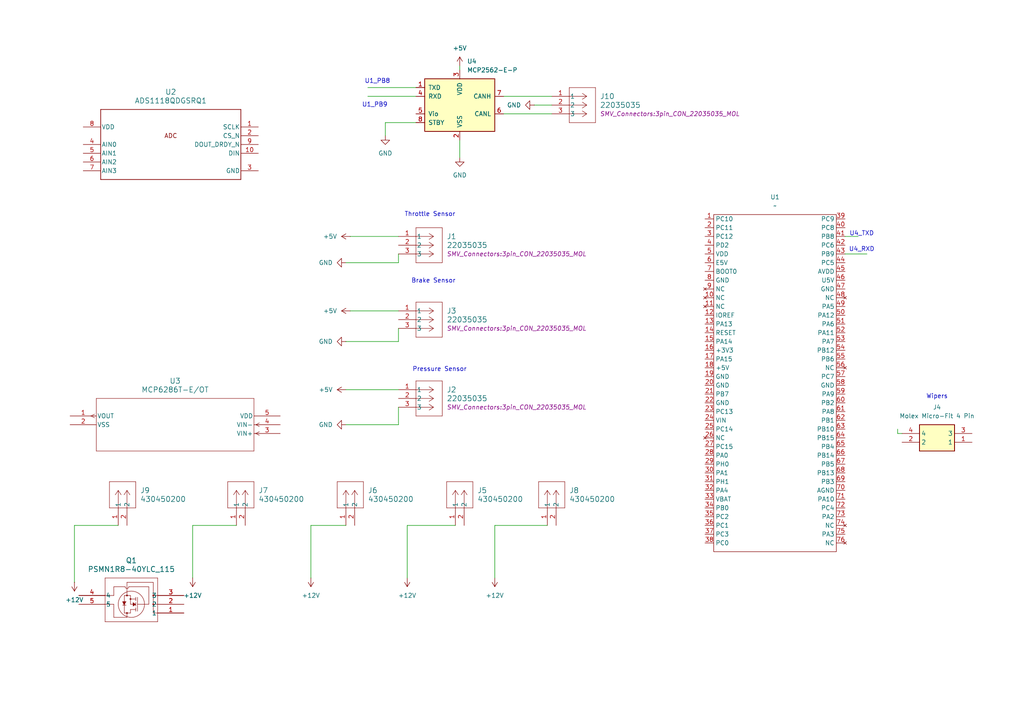
<source format=kicad_sch>
(kicad_sch (version 20250114) (generator "eeschema") (generator_version "9.0")
  (paper "A4")
  (lib_symbols
    (symbol "Interface_CAN_LIN:MCP2562-E-P" (pin_names (offset 1.016))
      (property "Reference" "U" (at -10.16 8.89 0))
      (property "Value" "MCP2562-E-P" (at 2.54 8.89 0))
      (symbol "MCP2562-E-P_0_1"
        (rectangle (start -10.16 7.62) (end 10.16 -7.62) (stroke (width 0.254)) (fill (type background)))
      )
      (symbol "MCP2562-E-P_1_1"
        (pin input line (at -12.7 5.08 0) (length 2.54) (name "TXD") (number "1"))
        (pin output line (at -12.7 2.54 0) (length 2.54) (name "RXD") (number "4"))
        (pin power_in line (at -12.7 -2.54 0) (length 2.54) (name "Vio") (number "5"))
        (pin input line (at -12.7 -5.08 0) (length 2.54) (name "STBY") (number "8"))
        (pin power_in line (at 0 10.16 270) (length 2.54) (name "VDD") (number "3"))
        (pin power_in line (at 0 -10.16 90) (length 2.54) (name "VSS") (number "2"))
        (pin bidirectional line (at 12.7 2.54 180) (length 2.54) (name "CANH") (number "7"))
        (pin bidirectional line (at 12.7 -2.54 180) (length 2.54) (name "CANL") (number "6"))
      )
    )
    (symbol "SMV_Custom:3-pin Mini Molex Spox" (pin_names (offset 0.254))
      (property "Reference" "J" (at 8.89 6.35 0))
      (property "Value" "22035035" (at -3.81 3.81 0))
      (property "Footprint" "SMV_Connectors:3pin_CON_22035035_MOL" (at 0 0 0))
      (symbol "3-pin Mini Molex Spox_1_1"
        (polyline (pts (xy 5.08 2.54) (xy 5.08 -7.62)) (stroke (width 0.127)))
        (polyline (pts (xy 5.08 -7.62) (xy 12.7 -7.62)) (stroke (width 0.127)))
        (polyline (pts (xy 10.16 0) (xy 5.08 0)) (stroke (width 0.127)))
        (polyline (pts (xy 10.16 0) (xy 8.89 0.8467)) (stroke (width 0.127)))
        (polyline (pts (xy 10.16 0) (xy 8.89 -0.8467)) (stroke (width 0.127)))
        (polyline (pts (xy 10.16 -2.54) (xy 5.08 -2.54)) (stroke (width 0.127)))
        (polyline (pts (xy 10.16 -2.54) (xy 8.89 -1.6933)) (stroke (width 0.127)))
        (polyline (pts (xy 10.16 -2.54) (xy 8.89 -3.3867)) (stroke (width 0.127)))
        (polyline (pts (xy 10.16 -5.08) (xy 5.08 -5.08)) (stroke (width 0.127)))
        (polyline (pts (xy 10.16 -5.08) (xy 8.89 -4.2333)) (stroke (width 0.127)))
        (polyline (pts (xy 10.16 -5.08) (xy 8.89 -5.9267)) (stroke (width 0.127)))
        (polyline (pts (xy 12.7 2.54) (xy 5.08 2.54)) (stroke (width 0.127)))
        (polyline (pts (xy 12.7 -7.62) (xy 12.7 2.54)) (stroke (width 0.127)))
        (pin unspecified line (at 0 0 0) (length 5.08) (name "1") (number "1"))
        (pin unspecified line (at 0 -2.54 0) (length 5.08) (name "2") (number "2"))
        (pin unspecified line (at 0 -5.08 0) (length 5.08) (name "3") (number "3"))
      )
      (symbol "3-pin Mini Molex Spox_1_2"
        (polyline (pts (xy 5.08 2.54) (xy 5.08 -7.62)) (stroke (width 0.127)))
        (polyline (pts (xy 5.08 -7.62) (xy 12.7 -7.62)) (stroke (width 0.127)))
        (polyline (pts (xy 7.62 0) (xy 5.08 0)) (stroke (width 0.127)))
        (polyline (pts (xy 7.62 0) (xy 8.89 0.8467)) (stroke (width 0.127)))
        (polyline (pts (xy 7.62 0) (xy 8.89 -0.8467)) (stroke (width 0.127)))
        (polyline (pts (xy 7.62 -2.54) (xy 5.08 -2.54)) (stroke (width 0.127)))
        (polyline (pts (xy 7.62 -2.54) (xy 8.89 -1.6933)) (stroke (width 0.127)))
        (polyline (pts (xy 7.62 -2.54) (xy 8.89 -3.3867)) (stroke (width 0.127)))
        (polyline (pts (xy 7.62 -5.08) (xy 5.08 -5.08)) (stroke (width 0.127)))
        (polyline (pts (xy 7.62 -5.08) (xy 8.89 -4.2333)) (stroke (width 0.127)))
        (polyline (pts (xy 7.62 -5.08) (xy 8.89 -5.9267)) (stroke (width 0.127)))
        (polyline (pts (xy 12.7 2.54) (xy 5.08 2.54)) (stroke (width 0.127)))
        (polyline (pts (xy 12.7 -7.62) (xy 12.7 2.54)) (stroke (width 0.127)))
        (pin unspecified line (at 0 0 0) (length 5.08) (name "1") (number "1"))
        (pin unspecified line (at 0 -2.54 0) (length 5.08) (name "2") (number "2"))
        (pin unspecified line (at 0 -5.08 0) (length 5.08) (name "3") (number "3"))
      )
    )
    (symbol "SMV_Custom:430450200" (pin_names (offset 0.254))
      (property "Reference" "J" (at 8.89 6.35 0))
      (property "Value" "430450200" (at -3.048 -7.62 0))
      (symbol "430450200_1_1"
        (polyline (pts (xy 5.08 2.54) (xy 5.08 -5.08)) (stroke (width 0.127)))
        (polyline (pts (xy 5.08 -5.08) (xy 12.7 -5.08)) (stroke (width 0.127)))
        (polyline (pts (xy 10.16 0) (xy 5.08 0)) (stroke (width 0.127)))
        (polyline (pts (xy 10.16 0) (xy 8.89 0.8467)) (stroke (width 0.127)))
        (polyline (pts (xy 10.16 0) (xy 8.89 -0.8467)) (stroke (width 0.127)))
        (polyline (pts (xy 10.16 -2.54) (xy 5.08 -2.54)) (stroke (width 0.127)))
        (polyline (pts (xy 10.16 -2.54) (xy 8.89 -1.6933)) (stroke (width 0.127)))
        (polyline (pts (xy 10.16 -2.54) (xy 8.89 -3.3867)) (stroke (width 0.127)))
        (polyline (pts (xy 12.7 2.54) (xy 5.08 2.54)) (stroke (width 0.127)))
        (polyline (pts (xy 12.7 -5.08) (xy 12.7 2.54)) (stroke (width 0.127)))
        (pin unspecified line (at 0 0 0) (length 5.08) (name "1") (number "1"))
        (pin unspecified line (at 0 -2.54 0) (length 5.08) (name "2") (number "2"))
      )
      (symbol "430450200_1_2"
        (polyline (pts (xy 5.08 2.54) (xy 5.08 -5.08)) (stroke (width 0.127)))
        (polyline (pts (xy 5.08 -5.08) (xy 12.7 -5.08)) (stroke (width 0.127)))
        (polyline (pts (xy 7.62 0) (xy 5.08 0)) (stroke (width 0.127)))
        (polyline (pts (xy 7.62 0) (xy 8.89 0.8467)) (stroke (width 0.127)))
        (polyline (pts (xy 7.62 0) (xy 8.89 -0.8467)) (stroke (width 0.127)))
        (polyline (pts (xy 7.62 -2.54) (xy 5.08 -2.54)) (stroke (width 0.127)))
        (polyline (pts (xy 7.62 -2.54) (xy 8.89 -1.6933)) (stroke (width 0.127)))
        (polyline (pts (xy 7.62 -2.54) (xy 8.89 -3.3867)) (stroke (width 0.127)))
        (polyline (pts (xy 12.7 2.54) (xy 5.08 2.54)) (stroke (width 0.127)))
        (polyline (pts (xy 12.7 -5.08) (xy 12.7 2.54)) (stroke (width 0.127)))
        (pin unspecified line (at 0 0 0) (length 5.08) (name "1") (number "1"))
        (pin unspecified line (at 0 -2.54 0) (length 5.08) (name "2") (number "2"))
      )
    )
    (symbol "SMV_Custom:ADS1118QDGSRQ1" (pin_names (offset 0.254))
      (property "Reference" "U" (at 0 12.192 0))
      (property "Value" "ADS1118QDGSRQ1" (at -0.762 -3.556 0))
      (symbol "ADS1118QDGSRQ1_0_1"
        (polyline (pts (xy -20.32 10.16) (xy -20.32 -10.16)) (stroke (width 0.2032)))
        (polyline (pts (xy -20.32 -10.16) (xy 20.32 -10.16)) (stroke (width 0.2032)))
        (polyline (pts (xy 20.32 10.16) (xy -20.32 10.16)) (stroke (width 0.2032)))
        (polyline (pts (xy 20.32 -10.16) (xy 20.32 10.16)) (stroke (width 0.2032)))
        (pin power_in line (at -25.4 5.08 0) (length 5.08) (name "VDD") (number "8"))
        (pin input line (at -25.4 0 0) (length 5.08) (name "AIN0") (number "4"))
        (pin input line (at -25.4 -2.54 0) (length 5.08) (name "AIN1") (number "5"))
        (pin input line (at -25.4 -5.08 0) (length 5.08) (name "AIN2") (number "6"))
        (pin input line (at -25.4 -7.62 0) (length 5.08) (name "AIN3") (number "7"))
        (pin input line (at 25.4 5.08 180) (length 5.08) (name "SCLK") (number "1"))
        (pin input line (at 25.4 2.54 180) (length 5.08) (name "CS_N") (number "2"))
        (pin output line (at 25.4 0 180) (length 5.08) (name "DOUT_DRDY_N") (number "9"))
        (pin input line (at 25.4 -2.54 180) (length 5.08) (name "DIN") (number "10"))
        (pin power_in line (at 25.4 -7.62 180) (length 5.08) (name "GND") (number "3"))
      )
      (symbol "ADS1118QDGSRQ1_1_1"
        (text "ADC" (at 0 2.54 0) (effects (font (size 1.27 1.27))))
      )
    )
    (symbol "SMV_Custom:MCP6286T-E_OT" (pin_names (offset 0.254))
      (property "Reference" "U" (at 30.48 10.16 0))
      (property "Value" "MCP6286T-E/OT" (at 30.48 7.62 0))
      (symbol "MCP6286T-E_OT_0_1"
        (polyline (pts (xy 7.0993 0.5207) (xy 6.0579 0)) (stroke (width 0.127)))
        (polyline (pts (xy 7.0993 -0.5207) (xy 6.0579 0)) (stroke (width 0.127)))
        (polyline (pts (xy 7.62 5.08) (xy 7.62 -10.16)) (stroke (width 0.127)))
        (polyline (pts (xy 7.62 -10.16) (xy 53.34 -10.16)) (stroke (width 0.127)))
        (polyline (pts (xy 53.34 5.08) (xy 7.62 5.08)) (stroke (width 0.127)))
        (polyline (pts (xy 53.34 -10.16) (xy 53.34 5.08)) (stroke (width 0.127)))
        (polyline (pts (xy 53.8607 -2.54) (xy 54.9021 -2.0193)) (stroke (width 0.127)))
        (polyline (pts (xy 53.8607 -2.54) (xy 54.9021 -3.0607)) (stroke (width 0.127)))
        (polyline (pts (xy 53.8607 -5.08) (xy 54.9021 -4.5593)) (stroke (width 0.127)))
        (polyline (pts (xy 53.8607 -5.08) (xy 54.9021 -5.6007)) (stroke (width 0.127)))
        (pin output line (at 0 0 0) (length 7.62) (name "VOUT") (number "1"))
        (pin power_in line (at 0 -2.54 0) (length 7.62) (name "VSS") (number "2"))
        (pin power_in line (at 60.96 0 180) (length 7.62) (name "VDD") (number "5"))
        (pin input line (at 60.96 -2.54 180) (length 7.62) (name "VIN-") (number "4"))
        (pin input line (at 60.96 -5.08 180) (length 7.62) (name "VIN+") (number "3"))
      )
    )
    (symbol "SMV_Custom:Molex Micro-Fit 4 Pin"
      (property "Reference" "J" (at 16.51 7.62 0))
      (property "Value" "Molex Micro-Fit 4 Pin" (at 16.51 5.08 0))
      (symbol "Molex Micro-Fit 4 Pin_1_1"
        (rectangle (start 5.08 2.54) (end 15.24 -5.08) (stroke (width 0.254)) (fill (type background)))
        (pin passive line (at 0 0 0) (length 5.08) (name "4") (number "4"))
        (pin passive line (at 0 -2.54 0) (length 5.08) (name "2") (number "2"))
        (pin passive line (at 20.32 0 180) (length 5.08) (name "3") (number "3"))
        (pin passive line (at 20.32 -2.54 180) (length 5.08) (name "1") (number "1"))
      )
    )
    (symbol "SMV_Custom:PSMN1R8-40YLC_115" (pin_names (offset 0.254))
      (property "Reference" "Q" (at 15.24 7.62 0))
      (property "Value" "PSMN1R8-40YLC_115" (at 15.24 5.08 0))
      (symbol "PSMN1R8-40YLC_115_0_1"
        (polyline (pts (xy 7.62 2.54) (xy 7.62 -10.16)) (stroke (width 0.127)))
        (polyline (pts (xy 7.62 0) (xy 8.89 0)) (stroke (width 0.127)))
        (polyline (pts (xy 7.62 -2.54) (xy 8.89 -2.54)) (stroke (width 0.127)))
        (polyline (pts (xy 7.62 -5.08) (xy 8.89 -5.08)) (stroke (width 0.127)))
        (polyline (pts (xy 7.62 -10.16) (xy 22.86 -10.16)) (stroke (width 0.127)))
        (polyline (pts (xy 8.89 0) (xy 8.89 -8.89)) (stroke (width 0.127)))
        (circle (center 8.89 -2.54) (radius 0.127) (stroke (width 0.254)))
        (circle (center 8.89 -5.08) (radius 0.127) (stroke (width 0.254)))
        (polyline (pts (xy 8.89 -8.89) (xy 16.51 -8.89)) (stroke (width 0.127)))
        (polyline (pts (xy 10.16 -7.62) (xy 10.16 -2.54)) (stroke (width 0.127)))
        (polyline (pts (xy 13.462 -0.508) (xy 13.462 -4.572)) (stroke (width 0.127)))
        (polyline (pts (xy 13.462 -2.54) (xy 10.16 -2.54)) (stroke (width 0.127)))
        (polyline (pts (xy 13.97 -0.508) (xy 13.97 -1.524)) (stroke (width 0.127)))
        (polyline (pts (xy 13.97 -1.016) (xy 15.494 -1.016)) (stroke (width 0.127)))
        (polyline (pts (xy 13.97 -2.032) (xy 13.97 -3.048)) (stroke (width 0.127)))
        (polyline (pts (xy 13.97 -2.54) (xy 14.732 -2.032) (xy 14.732 -3.048)) (fill (type outline)))
        (polyline (pts (xy 13.97 -3.556) (xy 13.97 -4.572)) (stroke (width 0.127)))
        (polyline (pts (xy 13.97 -4.064) (xy 15.494 -4.064)) (stroke (width 0.127)))
        (circle (center 15.24 -2.54) (radius 3.81) (stroke (width 0.127)))
        (polyline (pts (xy 15.494 0) (xy 15.494 -1.016)) (stroke (width 0.127)))
        (polyline (pts (xy 15.494 0) (xy 17.272 0)) (stroke (width 0.127)))
        (polyline (pts (xy 15.494 -2.54) (xy 14.732 -2.54)) (stroke (width 0.127)))
        (polyline (pts (xy 15.494 -2.54) (xy 15.494 -5.08)) (stroke (width 0.127)))
        (circle (center 15.494 -4.064) (radius 0.127) (stroke (width 0.254)))
        (polyline (pts (xy 15.494 -5.08) (xy 17.272 -5.08)) (stroke (width 0.127)))
        (polyline (pts (xy 16.002 -7.62) (xy 10.16 -7.62)) (stroke (width 0.127)))
        (polyline (pts (xy 16.51 1.27) (xy 16.51 0)) (stroke (width 0.127)))
        (polyline (pts (xy 16.51 1.27) (xy 20.32 1.27)) (stroke (width 0.127)))
        (circle (center 16.51 0) (radius 0.127) (stroke (width 0.254)))
        (circle (center 16.51 -5.08) (radius 0.127) (stroke (width 0.254)))
        (arc (start 16.002 -7.62) (mid 16.51 -7.1142) (end 17.018 -7.62) (stroke (width 0.127)))
        (polyline (pts (xy 16.51 -8.89) (xy 16.51 -5.08)) (stroke (width 0.127)))
        (polyline (pts (xy 17.018 -7.62) (xy 20.32 -7.62)) (stroke (width 0.127)))
        (polyline (pts (xy 17.272 0) (xy 17.272 -2.286)) (stroke (width 0.127)))
        (polyline (pts (xy 17.272 -2.286) (xy 17.78 -3.302) (xy 16.764 -3.302)) (fill (type outline)))
        (polyline (pts (xy 17.272 -5.08) (xy 17.272 -3.302)) (stroke (width 0.127)))
        (polyline (pts (xy 17.78 -2.286) (xy 16.764 -2.286)) (stroke (width 0.127)))
        (polyline (pts (xy 20.32 1.27) (xy 20.32 -2.54)) (stroke (width 0.127)))
        (polyline (pts (xy 20.32 -5.08) (xy 20.32 -7.62)) (stroke (width 0.127)))
        (polyline (pts (xy 22.86 2.54) (xy 7.62 2.54)) (stroke (width 0.127)))
        (polyline (pts (xy 22.86 -2.54) (xy 20.32 -2.54)) (stroke (width 0.127)))
        (polyline (pts (xy 22.86 -5.08) (xy 20.32 -5.08)) (stroke (width 0.127)))
        (polyline (pts (xy 22.86 -10.16) (xy 22.86 2.54)) (stroke (width 0.127)))
        (pin unspecified line (at 0 0 0) (length 7.62) (name "1") (number "1"))
        (pin unspecified line (at 0 -2.54 0) (length 7.62) (name "2") (number "2"))
        (pin unspecified line (at 0 -5.08 0) (length 7.62) (name "3") (number "3"))
        (pin unspecified line (at 30.48 -2.54 180) (length 7.62) (name "5") (number "5"))
        (pin unspecified line (at 30.48 -5.08 180) (length 7.62) (name "4") (number "4"))
      )
    )
    (symbol "SMV_Custom:STM32_Nucleo_F446RE"
      (property "Reference" "U" (at 0 0 0))
      (symbol "STM32_Nucleo_F446RE_0_1"
        (rectangle (start -17.78 -1.27) (end 17.78 -99.06))
      )
      (symbol "STM32_Nucleo_F446RE_1_1"
        (pin bidirectional line (at -20.32 -2.54 0) (length 2.54) (name "PC10") (number "1"))
        (pin bidirectional line (at -20.32 -5.08 0) (length 2.54) (name "PC11") (number "2"))
        (pin bidirectional line (at -20.32 -7.62 0) (length 2.54) (name "PC12") (number "3"))
        (pin bidirectional line (at -20.32 -10.16 0) (length 2.54) (name "PD2") (number "4"))
        (pin power_in line (at -20.32 -12.7 0) (length 2.54) (name "VDD") (number "5"))
        (pin power_in line (at -20.32 -15.24 0) (length 2.54) (name "E5V") (number "6"))
        (pin input line (at -20.32 -17.78 0) (length 2.54) (name "BOOT0") (number "7"))
        (pin power_in line (at -20.32 -20.32 0) (length 2.54) (name "GND") (number "8"))
        (pin no_connect line (at -20.32 -22.86 0) (length 2.54) (name "NC") (number "9"))
        (pin no_connect line (at -20.32 -25.4 0) (length 2.54) (name "NC") (number "10"))
        (pin no_connect line (at -20.32 -27.94 0) (length 2.54) (name "NC") (number "11"))
        (pin input line (at -20.32 -30.48 0) (length 2.54) (name "IOREF") (number "12"))
        (pin bidirectional line (at -20.32 -33.02 0) (length 2.54) (name "PA13") (number "13"))
        (pin input line (at -20.32 -35.56 0) (length 2.54) (name "RESET") (number "14"))
        (pin bidirectional line (at -20.32 -38.1 0) (length 2.54) (name "PA14") (number "15"))
        (pin power_in line (at -20.32 -40.64 0) (length 2.54) (name "+3V3") (number "16"))
        (pin bidirectional line (at -20.32 -43.18 0) (length 2.54) (name "PA15") (number "17"))
        (pin power_in line (at -20.32 -45.72 0) (length 2.54) (name "+5V") (number "18"))
        (pin power_in line (at -20.32 -48.26 0) (length 2.54) (name "GND") (number "19"))
        (pin power_in line (at -20.32 -50.8 0) (length 2.54) (name "GND") (number "20"))
        (pin bidirectional line (at -20.32 -53.34 0) (length 2.54) (name "PB7") (number "21"))
        (pin power_in line (at -20.32 -55.88 0) (length 2.54) (name "GND") (number "22"))
        (pin bidirectional line (at -20.32 -58.42 0) (length 2.54) (name "PC13") (number "23"))
        (pin power_in line (at -20.32 -60.96 0) (length 2.54) (name "VIN") (number "24"))
        (pin bidirectional line (at -20.32 -63.5 0) (length 2.54) (name "PC14") (number "25"))
        (pin no_connect line (at -20.32 -66.04 0) (length 2.54) (name "NC") (number "26"))
        (pin bidirectional line (at -20.32 -68.58 0) (length 2.54) (name "PC15") (number "27"))
        (pin bidirectional line (at -20.32 -71.12 0) (length 2.54) (name "PA0") (number "28"))
        (pin bidirectional line (at -20.32 -73.66 0) (length 2.54) (name "PH0") (number "29"))
        (pin bidirectional line (at -20.32 -76.2 0) (length 2.54) (name "PA1") (number "30"))
        (pin bidirectional line (at -20.32 -78.74 0) (length 2.54) (name "PH1") (number "31"))
        (pin bidirectional line (at -20.32 -81.28 0) (length 2.54) (name "PA4") (number "32"))
        (pin power_in line (at -20.32 -83.82 0) (length 2.54) (name "VBAT") (number "33"))
        (pin bidirectional line (at -20.32 -86.36 0) (length 2.54) (name "PB0") (number "34"))
        (pin bidirectional line (at -20.32 -88.9 0) (length 2.54) (name "PC2") (number "35"))
        (pin bidirectional line (at -20.32 -91.44 0) (length 2.54) (name "PC1") (number "36"))
        (pin bidirectional line (at -20.32 -93.98 0) (length 2.54) (name "PC3") (number "37"))
        (pin bidirectional line (at -20.32 -96.52 0) (length 2.54) (name "PC0") (number "38"))
        (pin bidirectional line (at 20.32 -2.54 180) (length 2.54) (name "PC9") (number "39"))
        (pin bidirectional line (at 20.32 -5.08 180) (length 2.54) (name "PC8") (number "40"))
        (pin bidirectional line (at 20.32 -7.62 180) (length 2.54) (name "PB8") (number "41"))
        (pin bidirectional line (at 20.32 -10.16 180) (length 2.54) (name "PC6") (number "42"))
        (pin bidirectional line (at 20.32 -12.7 180) (length 2.54) (name "PB9") (number "43"))
        (pin bidirectional line (at 20.32 -15.24 180) (length 2.54) (name "PC5") (number "44"))
        (pin power_in line (at 20.32 -17.78 180) (length 2.54) (name "AVDD") (number "45"))
        (pin power_in line (at 20.32 -20.32 180) (length 2.54) (name "U5V") (number "46"))
        (pin power_in line (at 20.32 -22.86 180) (length 2.54) (name "GND") (number "47"))
        (pin no_connect line (at 20.32 -25.4 180) (length 2.54) (name "NC") (number "48"))
        (pin bidirectional line (at 20.32 -27.94 180) (length 2.54) (name "PA5") (number "49"))
        (pin bidirectional line (at 20.32 -30.48 180) (length 2.54) (name "PA12") (number "50"))
        (pin bidirectional line (at 20.32 -33.02 180) (length 2.54) (name "PA6") (number "51"))
        (pin bidirectional line (at 20.32 -35.56 180) (length 2.54) (name "PA11") (number "52"))
        (pin bidirectional line (at 20.32 -38.1 180) (length 2.54) (name "PA7") (number "53"))
        (pin bidirectional line (at 20.32 -40.64 180) (length 2.54) (name "PB12") (number "54"))
        (pin bidirectional line (at 20.32 -43.18 180) (length 2.54) (name "PB6") (number "55"))
        (pin no_connect line (at 20.32 -45.72 180) (length 2.54) (name "NC") (number "56"))
        (pin bidirectional line (at 20.32 -48.26 180) (length 2.54) (name "PC7") (number "57"))
        (pin power_in line (at 20.32 -50.8 180) (length 2.54) (name "GND") (number "58"))
        (pin bidirectional line (at 20.32 -53.34 180) (length 2.54) (name "PA9") (number "59"))
        (pin bidirectional line (at 20.32 -55.88 180) (length 2.54) (name "PB2") (number "60"))
        (pin bidirectional line (at 20.32 -58.42 180) (length 2.54) (name "PA8") (number "61"))
        (pin bidirectional line (at 20.32 -60.96 180) (length 2.54) (name "PB1") (number "62"))
        (pin bidirectional line (at 20.32 -63.5 180) (length 2.54) (name "PB10") (number "63"))
        (pin bidirectional line (at 20.32 -66.04 180) (length 2.54) (name "PB15") (number "64"))
        (pin bidirectional line (at 20.32 -68.58 180) (length 2.54) (name "PB4") (number "65"))
        (pin bidirectional line (at 20.32 -71.12 180) (length 2.54) (name "PB14") (number "66"))
        (pin bidirectional line (at 20.32 -73.66 180) (length 2.54) (name "PB5") (number "67"))
        (pin bidirectional line (at 20.32 -76.2 180) (length 2.54) (name "PB13") (number "68"))
        (pin bidirectional line (at 20.32 -78.74 180) (length 2.54) (name "PB3") (number "69"))
        (pin power_in line (at 20.32 -81.28 180) (length 2.54) (name "AGND") (number "70"))
        (pin bidirectional line (at 20.32 -83.82 180) (length 2.54) (name "PA10") (number "71"))
        (pin bidirectional line (at 20.32 -86.36 180) (length 2.54) (name "PC4") (number "72"))
        (pin bidirectional line (at 20.32 -88.9 180) (length 2.54) (name "PA2") (number "73"))
        (pin no_connect line (at 20.32 -91.44 180) (length 2.54) (name "NC") (number "74"))
        (pin bidirectional line (at 20.32 -93.98 180) (length 2.54) (name "PA3") (number "75"))
        (pin no_connect line (at 20.32 -96.52 180) (length 2.54) (name "NC") (number "76"))
      )
    )
    (symbol "power:+12V" (power) (pin_numbers (hide yes)) (pin_names (offset 0) (hide yes))
      (property "Value" "+12V" (at 0 3.556 0))
      (symbol "+12V_0_1"
        (polyline (pts (xy -0.762 1.27) (xy 0 2.54)))
        (polyline (pts (xy 0 2.54) (xy 0.762 1.27)))
        (polyline (pts (xy 0 0) (xy 0 2.54)))
      )
      (symbol "+12V_1_1"
        (pin power_in line (at 0 0 90) (length 0) (name "~") (number "1"))
      )
    )
    (symbol "power:+5V" (power) (pin_numbers (hide yes)) (pin_names (offset 0) (hide yes))
      (property "Value" "+5V" (at 0 3.556 0))
      (symbol "+5V_0_1"
        (polyline (pts (xy -0.762 1.27) (xy 0 2.54)))
        (polyline (pts (xy 0 2.54) (xy 0.762 1.27)))
        (polyline (pts (xy 0 0) (xy 0 2.54)))
      )
      (symbol "+5V_1_1"
        (pin power_in line (at 0 0 90) (length 0) (name "~") (number "1"))
      )
    )
    (symbol "power:GND" (power) (pin_numbers (hide yes)) (pin_names (offset 0) (hide yes))
      (property "Value" "GND" (at 0 -3.81 0))
      (symbol "GND_0_1"
        (polyline (pts (xy 0 0) (xy 0 -1.27) (xy 1.27 -1.27) (xy 0 -2.54) (xy -1.27 -1.27) (xy 0 -1.27)))
      )
      (symbol "GND_1_1"
        (pin power_in line (at 0 0 270) (length 0) (name "~") (number "1"))
      )
    )
  )
  (text "Throttle Sensor" (at 124.714 62.23 0) (effects (font (size 1.27 1.27))))
  (text "Brake Sensor\n" (at 125.73 81.534 0) (effects (font (size 1.27 1.27))))
  (text "Wipers" (at 271.78 115.062 0) (effects (font (size 1.27 1.27))))
  (text "U4_RXD" (at 249.936 72.39 0) (effects (font (size 1.27 1.27))))
  (text "Pressure Sensor\n" (at 127.508 107.188 0) (effects (font (size 1.27 1.27))))
  (text "U1_PB9" (at 108.712 30.48 0) (effects (font (size 1.27 1.27))))
  (text "U1_PB8" (at 109.474 23.622 0) (effects (font (size 1.27 1.27))))
  (text "U4_TXD" (at 249.936 67.818 0) (effects (font (size 1.27 1.27))))
  (wire (pts (xy 260.35 125.73) (xy 260.35 124.46)))
  (wire (pts (xy 21.59 152.4) (xy 21.59 168.91)))
  (wire (pts (xy 133.35 40.64) (xy 133.35 45.72)))
  (wire (pts (xy 106.68 25.4) (xy 120.65 25.4)))
  (wire (pts (xy 115.57 76.2) (xy 100.33 76.2)))
  (wire (pts (xy 100.33 113.03) (xy 115.57 113.03)))
  (wire (pts (xy 132.08 152.4) (xy 118.11 152.4)))
  (wire (pts (xy 158.75 152.4) (xy 143.51 152.4)))
  (wire (pts (xy 101.6 90.17) (xy 115.57 90.17)))
  (wire (pts (xy 100.33 99.06) (xy 115.57 99.06)))
  (wire (pts (xy 245.11 73.66) (xy 251.46 73.66)))
  (wire (pts (xy 245.11 68.58) (xy 248.92 68.58)))
  (wire (pts (xy 100.33 152.4) (xy 90.17 152.4)))
  (wire (pts (xy 115.57 73.66) (xy 115.57 76.2)))
  (wire (pts (xy 111.76 35.56) (xy 111.76 39.37)))
  (wire (pts (xy 120.65 35.56) (xy 111.76 35.56)))
  (wire (pts (xy 146.05 27.94) (xy 160.02 27.94)))
  (wire (pts (xy 68.58 152.4) (xy 55.88 152.4)))
  (wire (pts (xy 143.51 152.4) (xy 143.51 167.64)))
  (wire (pts (xy 115.57 95.25) (xy 115.57 99.06)))
  (wire (pts (xy 55.88 152.4) (xy 55.88 167.64)))
  (wire (pts (xy 90.17 152.4) (xy 90.17 167.64)))
  (wire (pts (xy 154.94 30.48) (xy 160.02 30.48)))
  (wire (pts (xy 115.57 123.19) (xy 100.33 123.19)))
  (wire (pts (xy 106.68 27.94) (xy 120.65 27.94)))
  (wire (pts (xy 101.6 68.58) (xy 115.57 68.58)))
  (wire (pts (xy 118.11 152.4) (xy 118.11 167.64)))
  (wire (pts (xy 34.29 152.4) (xy 21.59 152.4)))
  (wire (pts (xy 133.35 19.05) (xy 133.35 20.32)))
  (wire (pts (xy 146.05 33.02) (xy 160.02 33.02)))
  (wire (pts (xy 261.62 125.73) (xy 260.35 125.73)))
  (wire (pts (xy 115.57 118.11) (xy 115.57 123.19)))
  (symbol (lib_id "SMV_Custom:3-pin Mini Molex Spox") (at 115.57 68.58 0) (unit 1)
    (property "Reference" "J1" (at 129.54 68.5799 0) (effects (font (size 1.524 1.524)) (justify left)))
    (property "Value" "22035035" (at 129.54 71.1199 0) (effects (font (size 1.524 1.524)) (justify left)))
    (property "Footprint" "SMV_Connectors:3pin_CON_22035035_MOL" (at 129.54 73.6599 0) (effects (font (italic yes)) (justify left)))
    (property "Datasheet" "3-pin Mini Molex Spox" (effects (hide yes)))
  )
  (symbol (lib_id "power:GND") (at 111.76 39.37 0) (unit 1)
    (property "Reference" "#PWR015" (effects (hide yes)))
    (property "Value" "GND" (at 111.76 44.45 0))
    (property "Description" "Power symbol creates a global label with name \"GND\" , ground" (effects (hide yes)))
  )
  (symbol (lib_id "power:+5V") (at 133.35 19.05 0) (unit 1)
    (property "Reference" "#PWR014" (effects (hide yes)))
    (property "Value" "+5V" (at 133.35 13.97 0))
    (property "Description" "Power symbol creates a global label with name \"+5V\"" (effects (hide yes)))
  )
  (symbol (lib_id "SMV_Custom:3-pin Mini Molex Spox") (at 115.57 90.17 0) (unit 1)
    (property "Reference" "J3" (at 129.54 90.1699 0) (effects (font (size 1.524 1.524)) (justify left)))
    (property "Value" "22035035" (at 129.54 92.7099 0) (effects (font (size 1.524 1.524)) (justify left)))
    (property "Footprint" "SMV_Connectors:3pin_CON_22035035_MOL" (at 129.54 95.2499 0) (effects (font (italic yes)) (justify left)))
    (property "Datasheet" "3-pin Mini Molex Spox" (effects (hide yes)))
  )
  (symbol (lib_id "power:+5V") (at 100.33 113.03 90) (unit 1)
    (property "Reference" "#PWR02" (effects (hide yes)))
    (property "Value" "+5V" (at 96.52 113.0299 90) (effects (justify left)))
    (property "Description" "Power symbol creates a global label with name \"+5V\"" (effects (hide yes)))
  )
  (symbol (lib_id "SMV_Custom:3-pin Mini Molex Spox") (at 115.57 113.03 0) (unit 1)
    (property "Reference" "J2" (at 129.54 113.0299 0) (effects (font (size 1.524 1.524)) (justify left)))
    (property "Value" "22035035" (at 129.54 115.5699 0) (effects (font (size 1.524 1.524)) (justify left)))
    (property "Footprint" "SMV_Connectors:3pin_CON_22035035_MOL" (at 129.54 118.1099 0) (effects (font (italic yes)) (justify left)))
    (property "Datasheet" "3-pin Mini Molex Spox" (effects (hide yes)))
  )
  (symbol (lib_id "SMV_Custom:STM32_Nucleo_F446RE") (at 224.79 60.96 0) (unit 1)
    (property "Reference" "U1" (at 224.79 57.15 0))
    (property "Value" "~" (at 224.79 59.69 0))
  )
  (symbol (lib_id "Interface_CAN_LIN:MCP2562-E-P") (at 133.35 30.48 0) (unit 1)
    (property "Reference" "U4" (at 135.4933 17.78 0) (effects (justify left)))
    (property "Value" "MCP2562-E-P" (at 135.4933 20.32 0) (effects (justify left)))
    (property "Footprint" "Package_DIP:DIP-8_W7.62mm" (effects (hide yes)))
    (property "Datasheet" "http://ww1.microchip.com/downloads/en/DeviceDoc/25167A.pdf" (effects (hide yes)))
    (property "Description" "High-Speed CAN Transceiver, 1Mbps, 5V supply, Vio pin, -40C to +125C, DIP-8" (effects (hide yes)))
  )
  (symbol (lib_id "SMV_Custom:430450200") (at 68.58 152.4 90) (unit 1)
    (property "Reference" "J7" (at 74.93 142.2399 90) (effects (font (size 1.524 1.524)) (justify right)))
    (property "Value" "430450200" (at 74.93 144.7799 90) (effects (font (size 1.524 1.524)) (justify right)))
    (property "Footprint" "SMV_Connectors:CONN_SD-43045-001_02_MOL" (effects (hide yes)))
    (property "Datasheet" "430450200" (effects (hide yes)))
  )
  (symbol (lib_id "SMV_Custom:MCP6286T-E_OT") (at 20.32 120.65 0) (unit 1)
    (property "Reference" "U3" (at 50.8 110.49 0) (effects (font (size 1.524 1.524))))
    (property "Value" "MCP6286T-E/OT" (at 50.8 113.03 0) (effects (font (size 1.524 1.524))))
    (property "Footprint" "SMV_ICs:SOT-23-5_MC_MCH" (effects (hide yes)))
    (property "Datasheet" "MCP6286T-E/OT" (effects (hide yes)))
  )
  (symbol (lib_id "power:+5V") (at 101.6 68.58 90) (unit 1)
    (property "Reference" "#PWR04" (effects (hide yes)))
    (property "Value" "+5V" (at 97.79 68.5799 90) (effects (justify left)))
    (property "Description" "Power symbol creates a global label with name \"+5V\"" (effects (hide yes)))
  )
  (symbol (lib_id "power:+12V") (at 21.59 168.91 180) (unit 1)
    (property "Reference" "#PWR01" (effects (hide yes)))
    (property "Value" "+12V" (at 21.59 173.99 0))
    (property "Description" "Power symbol creates a global label with name \"+12V\"" (effects (hide yes)))
  )
  (symbol (lib_id "power:GND") (at 154.94 30.48 270) (unit 1)
    (property "Reference" "#PWR08" (effects (hide yes)))
    (property "Value" "GND" (at 151.13 30.4799 90) (effects (justify right)))
    (property "Description" "Power symbol creates a global label with name \"GND\" , ground" (effects (hide yes)))
  )
  (symbol (lib_id "power:+12V") (at 118.11 167.64 180) (unit 1)
    (property "Reference" "#PWR011" (effects (hide yes)))
    (property "Value" "+12V" (at 118.11 172.72 0))
    (property "Description" "Power symbol creates a global label with name \"+12V\"" (effects (hide yes)))
  )
  (symbol (lib_id "SMV_Custom:430450200") (at 132.08 152.4 90) (unit 1)
    (property "Reference" "J5" (at 138.43 142.2399 90) (effects (font (size 1.524 1.524)) (justify right)))
    (property "Value" "430450200" (at 138.43 144.7799 90) (effects (font (size 1.524 1.524)) (justify right)))
    (property "Footprint" "SMV_Connectors:CONN_SD-43045-001_02_MOL" (effects (hide yes)))
    (property "Datasheet" "430450200" (effects (hide yes)))
  )
  (symbol (lib_id "SMV_Custom:430450200") (at 34.29 152.4 90) (unit 1)
    (property "Reference" "J9" (at 40.64 142.2399 90) (effects (font (size 1.524 1.524)) (justify right)))
    (property "Value" "430450200" (at 40.64 144.7799 90) (effects (font (size 1.524 1.524)) (justify right)))
    (property "Footprint" "SMV_Connectors:CONN_SD-43045-001_02_MOL" (effects (hide yes)))
    (property "Datasheet" "430450200" (effects (hide yes)))
  )
  (symbol (lib_id "SMV_Custom:430450200") (at 100.33 152.4 90) (unit 1)
    (property "Reference" "J6" (at 106.68 142.2399 90) (effects (font (size 1.524 1.524)) (justify right)))
    (property "Value" "430450200" (at 106.68 144.7799 90) (effects (font (size 1.524 1.524)) (justify right)))
    (property "Footprint" "SMV_Connectors:CONN_SD-43045-001_02_MOL" (effects (hide yes)))
    (property "Datasheet" "430450200" (effects (hide yes)))
  )
  (symbol (lib_id "power:GND") (at 100.33 99.06 270) (unit 1)
    (property "Reference" "#PWR06" (effects (hide yes)))
    (property "Value" "GND" (at 96.52 99.0599 90) (effects (justify right)))
    (property "Description" "Power symbol creates a global label with name \"GND\" , ground" (effects (hide yes)))
  )
  (symbol (lib_id "SMV_Custom:ADS1118QDGSRQ1") (at 49.53 41.91 0) (unit 1)
    (property "Reference" "U2" (at 49.53 26.67 0) (effects (font (size 1.524 1.524))))
    (property "Value" "ADS1118QDGSRQ1" (at 49.53 29.21 0) (effects (font (size 1.524 1.524))))
    (property "Footprint" "DGS0010A_N" (effects (hide yes)))
    (property "Datasheet" "https://www.ti.com/lit/gpn/ads1118-q1" (effects (hide yes)))
  )
  (symbol (lib_id "SMV_Custom:PSMN1R8-40YLC_115") (at 53.34 177.8 180) (unit 1)
    (property "Reference" "Q1" (at 38.1 162.56 0) (effects (font (size 1.524 1.524))))
    (property "Value" "PSMN1R8-40YLC_115" (at 38.1 165.1 0) (effects (font (size 1.524 1.524))))
    (property "Footprint" "LFPAK56_SOT669_NEX" (effects (hide yes)))
    (property "Datasheet" "PSMN1R8-40YLC_115" (effects (hide yes)))
  )
  (symbol (lib_id "power:GND") (at 100.33 123.19 270) (unit 1)
    (property "Reference" "#PWR07" (effects (hide yes)))
    (property "Value" "GND" (at 96.52 123.1899 90) (effects (justify right)))
    (property "Description" "Power symbol creates a global label with name \"GND\" , ground" (effects (hide yes)))
  )
  (symbol (lib_id "power:+5V") (at 101.6 90.17 90) (unit 1)
    (property "Reference" "#PWR03" (effects (hide yes)))
    (property "Value" "+5V" (at 97.79 90.1699 90) (effects (justify left)))
    (property "Description" "Power symbol creates a global label with name \"+5V\"" (effects (hide yes)))
  )
  (symbol (lib_id "power:GND") (at 133.35 45.72 0) (unit 1)
    (property "Reference" "#PWR013" (effects (hide yes)))
    (property "Value" "GND" (at 133.35 50.8 0))
    (property "Description" "Power symbol creates a global label with name \"GND\" , ground" (effects (hide yes)))
  )
  (symbol (lib_id "SMV_Custom:430450200") (at 158.75 152.4 90) (unit 1)
    (property "Reference" "J8" (at 165.1 142.2399 90) (effects (font (size 1.524 1.524)) (justify right)))
    (property "Value" "430450200" (at 165.1 144.7799 90) (effects (font (size 1.524 1.524)) (justify right)))
    (property "Footprint" "SMV_Connectors:CONN_SD-43045-001_02_MOL" (effects (hide yes)))
    (property "Datasheet" "430450200" (effects (hide yes)))
  )
  (symbol (lib_id "power:+12V") (at 55.88 167.64 180) (unit 1)
    (property "Reference" "#PWR09" (effects (hide yes)))
    (property "Value" "+12V" (at 55.88 172.72 0))
    (property "Description" "Power symbol creates a global label with name \"+12V\"" (effects (hide yes)))
  )
  (symbol (lib_id "power:GND") (at 100.33 76.2 270) (unit 1)
    (property "Reference" "#PWR05" (effects (hide yes)))
    (property "Value" "GND" (at 96.52 76.1999 90) (effects (justify right)))
    (property "Description" "Power symbol creates a global label with name \"GND\" , ground" (effects (hide yes)))
  )
  (symbol (lib_id "power:+12V") (at 90.17 167.64 180) (unit 1)
    (property "Reference" "#PWR010" (effects (hide yes)))
    (property "Value" "+12V" (at 90.17 172.72 0))
    (property "Description" "Power symbol creates a global label with name \"+12V\"" (effects (hide yes)))
  )
  (symbol (lib_id "SMV_Custom:Molex Micro-Fit 4 Pin") (at 261.62 125.73 0) (unit 1)
    (property "Reference" "J4" (at 271.78 118.11 0))
    (property "Value" "Molex Micro-Fit 4 Pin" (at 271.78 120.65 0))
    (property "Footprint" "SMV_Connectors:4_pin0430450401" (effects (hide yes)))
    (property "Datasheet" "https://www.arrow.com/en/products/0430450401/molex?region=europe" (effects (hide yes)))
    (property "Description" "Micro-Fit 3.0 Vertical Header, 3.00mm Pitch, Dual Row,  Circuits, with PCB Polarizing Peg, Tin, Glow-Wire Capable, Black" (effects (hide yes)))
    (property "Height" "9.02" (effects (hide yes)))
    (property "Arrow Part Number" "0430450401" (effects (hide yes)))
    (property "Arrow Price/Stock" "https://www.arrow.com/en/products/0430450401/molex?region=europe" (effects (hide yes)))
    (property "Manufacturer_Name" "Molex" (effects (hide yes)))
    (property "Manufacturer_Part_Number" "0430450401" (effects (hide yes)))
  )
  (symbol (lib_id "SMV_Custom:3-pin Mini Molex Spox") (at 160.02 27.94 0) (unit 1)
    (property "Reference" "J10" (at 173.99 27.9399 0) (effects (font (size 1.524 1.524)) (justify left)))
    (property "Value" "22035035" (at 173.99 30.4799 0) (effects (font (size 1.524 1.524)) (justify left)))
    (property "Footprint" "SMV_Connectors:3pin_CON_22035035_MOL" (at 173.99 33.0199 0) (effects (font (italic yes)) (justify left)))
    (property "Datasheet" "3-pin Mini Molex Spox" (effects (hide yes)))
  )
  (symbol (lib_id "power:+12V") (at 143.51 167.64 180) (unit 1)
    (property "Reference" "#PWR012" (effects (hide yes)))
    (property "Value" "+12V" (at 143.51 172.72 0))
    (property "Description" "Power symbol creates a global label with name \"+12V\"" (effects (hide yes)))
  )
)
</source>
